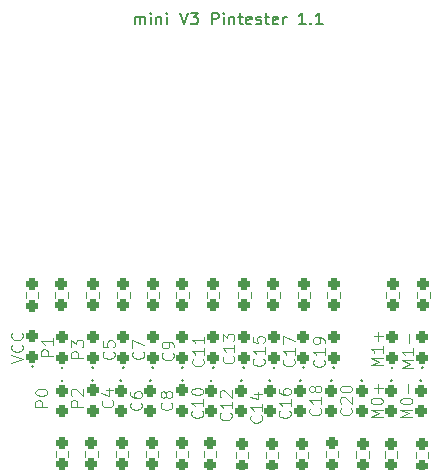
<source format=gbr>
%TF.GenerationSoftware,KiCad,Pcbnew,8.0.9-8.0.9-0~ubuntu22.04.1*%
%TF.CreationDate,2025-09-30T16:22:56+02:00*%
%TF.ProjectId,Pin_Test,50696e5f-5465-4737-942e-6b696361645f,rev?*%
%TF.SameCoordinates,Original*%
%TF.FileFunction,Legend,Top*%
%TF.FilePolarity,Positive*%
%FSLAX46Y46*%
G04 Gerber Fmt 4.6, Leading zero omitted, Abs format (unit mm)*
G04 Created by KiCad (PCBNEW 8.0.9-8.0.9-0~ubuntu22.04.1) date 2025-09-30 16:22:56*
%MOMM*%
%LPD*%
G01*
G04 APERTURE LIST*
G04 Aperture macros list*
%AMRoundRect*
0 Rectangle with rounded corners*
0 $1 Rounding radius*
0 $2 $3 $4 $5 $6 $7 $8 $9 X,Y pos of 4 corners*
0 Add a 4 corners polygon primitive as box body*
4,1,4,$2,$3,$4,$5,$6,$7,$8,$9,$2,$3,0*
0 Add four circle primitives for the rounded corners*
1,1,$1+$1,$2,$3*
1,1,$1+$1,$4,$5*
1,1,$1+$1,$6,$7*
1,1,$1+$1,$8,$9*
0 Add four rect primitives between the rounded corners*
20,1,$1+$1,$2,$3,$4,$5,0*
20,1,$1+$1,$4,$5,$6,$7,0*
20,1,$1+$1,$6,$7,$8,$9,0*
20,1,$1+$1,$8,$9,$2,$3,0*%
G04 Aperture macros list end*
%ADD10C,0.125000*%
%ADD11C,0.200000*%
%ADD12C,0.100000*%
%ADD13C,0.120000*%
%ADD14C,2.200000*%
%ADD15RoundRect,0.237500X0.237500X-0.287500X0.237500X0.287500X-0.237500X0.287500X-0.237500X-0.287500X0*%
%ADD16RoundRect,0.237500X-0.237500X0.287500X-0.237500X-0.287500X0.237500X-0.287500X0.237500X0.287500X0*%
%ADD17RoundRect,0.237500X-0.237500X0.250000X-0.237500X-0.250000X0.237500X-0.250000X0.237500X0.250000X0*%
G04 APERTURE END LIST*
D10*
X110760880Y-121442857D02*
X110808500Y-121490476D01*
X110808500Y-121490476D02*
X110856119Y-121633333D01*
X110856119Y-121633333D02*
X110856119Y-121728571D01*
X110856119Y-121728571D02*
X110808500Y-121871428D01*
X110808500Y-121871428D02*
X110713261Y-121966666D01*
X110713261Y-121966666D02*
X110618023Y-122014285D01*
X110618023Y-122014285D02*
X110427547Y-122061904D01*
X110427547Y-122061904D02*
X110284690Y-122061904D01*
X110284690Y-122061904D02*
X110094214Y-122014285D01*
X110094214Y-122014285D02*
X109998976Y-121966666D01*
X109998976Y-121966666D02*
X109903738Y-121871428D01*
X109903738Y-121871428D02*
X109856119Y-121728571D01*
X109856119Y-121728571D02*
X109856119Y-121633333D01*
X109856119Y-121633333D02*
X109903738Y-121490476D01*
X109903738Y-121490476D02*
X109951357Y-121442857D01*
X110856119Y-120490476D02*
X110856119Y-121061904D01*
X110856119Y-120776190D02*
X109856119Y-120776190D01*
X109856119Y-120776190D02*
X109998976Y-120871428D01*
X109998976Y-120871428D02*
X110094214Y-120966666D01*
X110094214Y-120966666D02*
X110141833Y-121061904D01*
X109856119Y-119633333D02*
X109856119Y-119823809D01*
X109856119Y-119823809D02*
X109903738Y-119919047D01*
X109903738Y-119919047D02*
X109951357Y-119966666D01*
X109951357Y-119966666D02*
X110094214Y-120061904D01*
X110094214Y-120061904D02*
X110284690Y-120109523D01*
X110284690Y-120109523D02*
X110665642Y-120109523D01*
X110665642Y-120109523D02*
X110760880Y-120061904D01*
X110760880Y-120061904D02*
X110808500Y-120014285D01*
X110808500Y-120014285D02*
X110856119Y-119919047D01*
X110856119Y-119919047D02*
X110856119Y-119728571D01*
X110856119Y-119728571D02*
X110808500Y-119633333D01*
X110808500Y-119633333D02*
X110760880Y-119585714D01*
X110760880Y-119585714D02*
X110665642Y-119538095D01*
X110665642Y-119538095D02*
X110427547Y-119538095D01*
X110427547Y-119538095D02*
X110332309Y-119585714D01*
X110332309Y-119585714D02*
X110284690Y-119633333D01*
X110284690Y-119633333D02*
X110237071Y-119728571D01*
X110237071Y-119728571D02*
X110237071Y-119919047D01*
X110237071Y-119919047D02*
X110284690Y-120014285D01*
X110284690Y-120014285D02*
X110332309Y-120061904D01*
X110332309Y-120061904D02*
X110427547Y-120109523D01*
X105760880Y-121642857D02*
X105808500Y-121690476D01*
X105808500Y-121690476D02*
X105856119Y-121833333D01*
X105856119Y-121833333D02*
X105856119Y-121928571D01*
X105856119Y-121928571D02*
X105808500Y-122071428D01*
X105808500Y-122071428D02*
X105713261Y-122166666D01*
X105713261Y-122166666D02*
X105618023Y-122214285D01*
X105618023Y-122214285D02*
X105427547Y-122261904D01*
X105427547Y-122261904D02*
X105284690Y-122261904D01*
X105284690Y-122261904D02*
X105094214Y-122214285D01*
X105094214Y-122214285D02*
X104998976Y-122166666D01*
X104998976Y-122166666D02*
X104903738Y-122071428D01*
X104903738Y-122071428D02*
X104856119Y-121928571D01*
X104856119Y-121928571D02*
X104856119Y-121833333D01*
X104856119Y-121833333D02*
X104903738Y-121690476D01*
X104903738Y-121690476D02*
X104951357Y-121642857D01*
X105856119Y-120690476D02*
X105856119Y-121261904D01*
X105856119Y-120976190D02*
X104856119Y-120976190D01*
X104856119Y-120976190D02*
X104998976Y-121071428D01*
X104998976Y-121071428D02*
X105094214Y-121166666D01*
X105094214Y-121166666D02*
X105141833Y-121261904D01*
X104951357Y-120309523D02*
X104903738Y-120261904D01*
X104903738Y-120261904D02*
X104856119Y-120166666D01*
X104856119Y-120166666D02*
X104856119Y-119928571D01*
X104856119Y-119928571D02*
X104903738Y-119833333D01*
X104903738Y-119833333D02*
X104951357Y-119785714D01*
X104951357Y-119785714D02*
X105046595Y-119738095D01*
X105046595Y-119738095D02*
X105141833Y-119738095D01*
X105141833Y-119738095D02*
X105284690Y-119785714D01*
X105284690Y-119785714D02*
X105856119Y-120357142D01*
X105856119Y-120357142D02*
X105856119Y-119738095D01*
X98160880Y-120766666D02*
X98208500Y-120814285D01*
X98208500Y-120814285D02*
X98256119Y-120957142D01*
X98256119Y-120957142D02*
X98256119Y-121052380D01*
X98256119Y-121052380D02*
X98208500Y-121195237D01*
X98208500Y-121195237D02*
X98113261Y-121290475D01*
X98113261Y-121290475D02*
X98018023Y-121338094D01*
X98018023Y-121338094D02*
X97827547Y-121385713D01*
X97827547Y-121385713D02*
X97684690Y-121385713D01*
X97684690Y-121385713D02*
X97494214Y-121338094D01*
X97494214Y-121338094D02*
X97398976Y-121290475D01*
X97398976Y-121290475D02*
X97303738Y-121195237D01*
X97303738Y-121195237D02*
X97256119Y-121052380D01*
X97256119Y-121052380D02*
X97256119Y-120957142D01*
X97256119Y-120957142D02*
X97303738Y-120814285D01*
X97303738Y-120814285D02*
X97351357Y-120766666D01*
X97256119Y-119909523D02*
X97256119Y-120099999D01*
X97256119Y-120099999D02*
X97303738Y-120195237D01*
X97303738Y-120195237D02*
X97351357Y-120242856D01*
X97351357Y-120242856D02*
X97494214Y-120338094D01*
X97494214Y-120338094D02*
X97684690Y-120385713D01*
X97684690Y-120385713D02*
X98065642Y-120385713D01*
X98065642Y-120385713D02*
X98160880Y-120338094D01*
X98160880Y-120338094D02*
X98208500Y-120290475D01*
X98208500Y-120290475D02*
X98256119Y-120195237D01*
X98256119Y-120195237D02*
X98256119Y-120004761D01*
X98256119Y-120004761D02*
X98208500Y-119909523D01*
X98208500Y-119909523D02*
X98160880Y-119861904D01*
X98160880Y-119861904D02*
X98065642Y-119814285D01*
X98065642Y-119814285D02*
X97827547Y-119814285D01*
X97827547Y-119814285D02*
X97732309Y-119861904D01*
X97732309Y-119861904D02*
X97684690Y-119909523D01*
X97684690Y-119909523D02*
X97637071Y-120004761D01*
X97637071Y-120004761D02*
X97637071Y-120195237D01*
X97637071Y-120195237D02*
X97684690Y-120290475D01*
X97684690Y-120290475D02*
X97732309Y-120338094D01*
X97732309Y-120338094D02*
X97827547Y-120385713D01*
X90756119Y-116838094D02*
X89756119Y-116838094D01*
X89756119Y-116838094D02*
X89756119Y-116457142D01*
X89756119Y-116457142D02*
X89803738Y-116361904D01*
X89803738Y-116361904D02*
X89851357Y-116314285D01*
X89851357Y-116314285D02*
X89946595Y-116266666D01*
X89946595Y-116266666D02*
X90089452Y-116266666D01*
X90089452Y-116266666D02*
X90184690Y-116314285D01*
X90184690Y-116314285D02*
X90232309Y-116361904D01*
X90232309Y-116361904D02*
X90279928Y-116457142D01*
X90279928Y-116457142D02*
X90279928Y-116838094D01*
X90756119Y-115314285D02*
X90756119Y-115885713D01*
X90756119Y-115599999D02*
X89756119Y-115599999D01*
X89756119Y-115599999D02*
X89898976Y-115695237D01*
X89898976Y-115695237D02*
X89994214Y-115790475D01*
X89994214Y-115790475D02*
X90041833Y-115885713D01*
X87206119Y-117433332D02*
X88206119Y-117099999D01*
X88206119Y-117099999D02*
X87206119Y-116766666D01*
X88110880Y-115861904D02*
X88158500Y-115909523D01*
X88158500Y-115909523D02*
X88206119Y-116052380D01*
X88206119Y-116052380D02*
X88206119Y-116147618D01*
X88206119Y-116147618D02*
X88158500Y-116290475D01*
X88158500Y-116290475D02*
X88063261Y-116385713D01*
X88063261Y-116385713D02*
X87968023Y-116433332D01*
X87968023Y-116433332D02*
X87777547Y-116480951D01*
X87777547Y-116480951D02*
X87634690Y-116480951D01*
X87634690Y-116480951D02*
X87444214Y-116433332D01*
X87444214Y-116433332D02*
X87348976Y-116385713D01*
X87348976Y-116385713D02*
X87253738Y-116290475D01*
X87253738Y-116290475D02*
X87206119Y-116147618D01*
X87206119Y-116147618D02*
X87206119Y-116052380D01*
X87206119Y-116052380D02*
X87253738Y-115909523D01*
X87253738Y-115909523D02*
X87301357Y-115861904D01*
X88110880Y-114861904D02*
X88158500Y-114909523D01*
X88158500Y-114909523D02*
X88206119Y-115052380D01*
X88206119Y-115052380D02*
X88206119Y-115147618D01*
X88206119Y-115147618D02*
X88158500Y-115290475D01*
X88158500Y-115290475D02*
X88063261Y-115385713D01*
X88063261Y-115385713D02*
X87968023Y-115433332D01*
X87968023Y-115433332D02*
X87777547Y-115480951D01*
X87777547Y-115480951D02*
X87634690Y-115480951D01*
X87634690Y-115480951D02*
X87444214Y-115433332D01*
X87444214Y-115433332D02*
X87348976Y-115385713D01*
X87348976Y-115385713D02*
X87253738Y-115290475D01*
X87253738Y-115290475D02*
X87206119Y-115147618D01*
X87206119Y-115147618D02*
X87206119Y-115052380D01*
X87206119Y-115052380D02*
X87253738Y-114909523D01*
X87253738Y-114909523D02*
X87301357Y-114861904D01*
X113360880Y-121242857D02*
X113408500Y-121290476D01*
X113408500Y-121290476D02*
X113456119Y-121433333D01*
X113456119Y-121433333D02*
X113456119Y-121528571D01*
X113456119Y-121528571D02*
X113408500Y-121671428D01*
X113408500Y-121671428D02*
X113313261Y-121766666D01*
X113313261Y-121766666D02*
X113218023Y-121814285D01*
X113218023Y-121814285D02*
X113027547Y-121861904D01*
X113027547Y-121861904D02*
X112884690Y-121861904D01*
X112884690Y-121861904D02*
X112694214Y-121814285D01*
X112694214Y-121814285D02*
X112598976Y-121766666D01*
X112598976Y-121766666D02*
X112503738Y-121671428D01*
X112503738Y-121671428D02*
X112456119Y-121528571D01*
X112456119Y-121528571D02*
X112456119Y-121433333D01*
X112456119Y-121433333D02*
X112503738Y-121290476D01*
X112503738Y-121290476D02*
X112551357Y-121242857D01*
X113456119Y-120290476D02*
X113456119Y-120861904D01*
X113456119Y-120576190D02*
X112456119Y-120576190D01*
X112456119Y-120576190D02*
X112598976Y-120671428D01*
X112598976Y-120671428D02*
X112694214Y-120766666D01*
X112694214Y-120766666D02*
X112741833Y-120861904D01*
X112884690Y-119719047D02*
X112837071Y-119814285D01*
X112837071Y-119814285D02*
X112789452Y-119861904D01*
X112789452Y-119861904D02*
X112694214Y-119909523D01*
X112694214Y-119909523D02*
X112646595Y-119909523D01*
X112646595Y-119909523D02*
X112551357Y-119861904D01*
X112551357Y-119861904D02*
X112503738Y-119814285D01*
X112503738Y-119814285D02*
X112456119Y-119719047D01*
X112456119Y-119719047D02*
X112456119Y-119528571D01*
X112456119Y-119528571D02*
X112503738Y-119433333D01*
X112503738Y-119433333D02*
X112551357Y-119385714D01*
X112551357Y-119385714D02*
X112646595Y-119338095D01*
X112646595Y-119338095D02*
X112694214Y-119338095D01*
X112694214Y-119338095D02*
X112789452Y-119385714D01*
X112789452Y-119385714D02*
X112837071Y-119433333D01*
X112837071Y-119433333D02*
X112884690Y-119528571D01*
X112884690Y-119528571D02*
X112884690Y-119719047D01*
X112884690Y-119719047D02*
X112932309Y-119814285D01*
X112932309Y-119814285D02*
X112979928Y-119861904D01*
X112979928Y-119861904D02*
X113075166Y-119909523D01*
X113075166Y-119909523D02*
X113265642Y-119909523D01*
X113265642Y-119909523D02*
X113360880Y-119861904D01*
X113360880Y-119861904D02*
X113408500Y-119814285D01*
X113408500Y-119814285D02*
X113456119Y-119719047D01*
X113456119Y-119719047D02*
X113456119Y-119528571D01*
X113456119Y-119528571D02*
X113408500Y-119433333D01*
X113408500Y-119433333D02*
X113360880Y-119385714D01*
X113360880Y-119385714D02*
X113265642Y-119338095D01*
X113265642Y-119338095D02*
X113075166Y-119338095D01*
X113075166Y-119338095D02*
X112979928Y-119385714D01*
X112979928Y-119385714D02*
X112932309Y-119433333D01*
X112932309Y-119433333D02*
X112884690Y-119528571D01*
X118656119Y-122028570D02*
X117656119Y-122028570D01*
X117656119Y-122028570D02*
X118370404Y-121695237D01*
X118370404Y-121695237D02*
X117656119Y-121361904D01*
X117656119Y-121361904D02*
X118656119Y-121361904D01*
X117656119Y-120695237D02*
X117656119Y-120599999D01*
X117656119Y-120599999D02*
X117703738Y-120504761D01*
X117703738Y-120504761D02*
X117751357Y-120457142D01*
X117751357Y-120457142D02*
X117846595Y-120409523D01*
X117846595Y-120409523D02*
X118037071Y-120361904D01*
X118037071Y-120361904D02*
X118275166Y-120361904D01*
X118275166Y-120361904D02*
X118465642Y-120409523D01*
X118465642Y-120409523D02*
X118560880Y-120457142D01*
X118560880Y-120457142D02*
X118608500Y-120504761D01*
X118608500Y-120504761D02*
X118656119Y-120599999D01*
X118656119Y-120599999D02*
X118656119Y-120695237D01*
X118656119Y-120695237D02*
X118608500Y-120790475D01*
X118608500Y-120790475D02*
X118560880Y-120838094D01*
X118560880Y-120838094D02*
X118465642Y-120885713D01*
X118465642Y-120885713D02*
X118275166Y-120933332D01*
X118275166Y-120933332D02*
X118037071Y-120933332D01*
X118037071Y-120933332D02*
X117846595Y-120885713D01*
X117846595Y-120885713D02*
X117751357Y-120838094D01*
X117751357Y-120838094D02*
X117703738Y-120790475D01*
X117703738Y-120790475D02*
X117656119Y-120695237D01*
X118275166Y-119933332D02*
X118275166Y-119171428D01*
X118656119Y-119552380D02*
X117894214Y-119552380D01*
X121256119Y-117828570D02*
X120256119Y-117828570D01*
X120256119Y-117828570D02*
X120970404Y-117495237D01*
X120970404Y-117495237D02*
X120256119Y-117161904D01*
X120256119Y-117161904D02*
X121256119Y-117161904D01*
X121256119Y-116161904D02*
X121256119Y-116733332D01*
X121256119Y-116447618D02*
X120256119Y-116447618D01*
X120256119Y-116447618D02*
X120398976Y-116542856D01*
X120398976Y-116542856D02*
X120494214Y-116638094D01*
X120494214Y-116638094D02*
X120541833Y-116733332D01*
X120875166Y-115733332D02*
X120875166Y-114971428D01*
X95760880Y-120566666D02*
X95808500Y-120614285D01*
X95808500Y-120614285D02*
X95856119Y-120757142D01*
X95856119Y-120757142D02*
X95856119Y-120852380D01*
X95856119Y-120852380D02*
X95808500Y-120995237D01*
X95808500Y-120995237D02*
X95713261Y-121090475D01*
X95713261Y-121090475D02*
X95618023Y-121138094D01*
X95618023Y-121138094D02*
X95427547Y-121185713D01*
X95427547Y-121185713D02*
X95284690Y-121185713D01*
X95284690Y-121185713D02*
X95094214Y-121138094D01*
X95094214Y-121138094D02*
X94998976Y-121090475D01*
X94998976Y-121090475D02*
X94903738Y-120995237D01*
X94903738Y-120995237D02*
X94856119Y-120852380D01*
X94856119Y-120852380D02*
X94856119Y-120757142D01*
X94856119Y-120757142D02*
X94903738Y-120614285D01*
X94903738Y-120614285D02*
X94951357Y-120566666D01*
X95189452Y-119709523D02*
X95856119Y-119709523D01*
X94808500Y-119947618D02*
X95522785Y-120185713D01*
X95522785Y-120185713D02*
X95522785Y-119566666D01*
X113660880Y-117142857D02*
X113708500Y-117190476D01*
X113708500Y-117190476D02*
X113756119Y-117333333D01*
X113756119Y-117333333D02*
X113756119Y-117428571D01*
X113756119Y-117428571D02*
X113708500Y-117571428D01*
X113708500Y-117571428D02*
X113613261Y-117666666D01*
X113613261Y-117666666D02*
X113518023Y-117714285D01*
X113518023Y-117714285D02*
X113327547Y-117761904D01*
X113327547Y-117761904D02*
X113184690Y-117761904D01*
X113184690Y-117761904D02*
X112994214Y-117714285D01*
X112994214Y-117714285D02*
X112898976Y-117666666D01*
X112898976Y-117666666D02*
X112803738Y-117571428D01*
X112803738Y-117571428D02*
X112756119Y-117428571D01*
X112756119Y-117428571D02*
X112756119Y-117333333D01*
X112756119Y-117333333D02*
X112803738Y-117190476D01*
X112803738Y-117190476D02*
X112851357Y-117142857D01*
X113756119Y-116190476D02*
X113756119Y-116761904D01*
X113756119Y-116476190D02*
X112756119Y-116476190D01*
X112756119Y-116476190D02*
X112898976Y-116571428D01*
X112898976Y-116571428D02*
X112994214Y-116666666D01*
X112994214Y-116666666D02*
X113041833Y-116761904D01*
X113756119Y-115714285D02*
X113756119Y-115523809D01*
X113756119Y-115523809D02*
X113708500Y-115428571D01*
X113708500Y-115428571D02*
X113660880Y-115380952D01*
X113660880Y-115380952D02*
X113518023Y-115285714D01*
X113518023Y-115285714D02*
X113327547Y-115238095D01*
X113327547Y-115238095D02*
X112946595Y-115238095D01*
X112946595Y-115238095D02*
X112851357Y-115285714D01*
X112851357Y-115285714D02*
X112803738Y-115333333D01*
X112803738Y-115333333D02*
X112756119Y-115428571D01*
X112756119Y-115428571D02*
X112756119Y-115619047D01*
X112756119Y-115619047D02*
X112803738Y-115714285D01*
X112803738Y-115714285D02*
X112851357Y-115761904D01*
X112851357Y-115761904D02*
X112946595Y-115809523D01*
X112946595Y-115809523D02*
X113184690Y-115809523D01*
X113184690Y-115809523D02*
X113279928Y-115761904D01*
X113279928Y-115761904D02*
X113327547Y-115714285D01*
X113327547Y-115714285D02*
X113375166Y-115619047D01*
X113375166Y-115619047D02*
X113375166Y-115428571D01*
X113375166Y-115428571D02*
X113327547Y-115333333D01*
X113327547Y-115333333D02*
X113279928Y-115285714D01*
X113279928Y-115285714D02*
X113184690Y-115238095D01*
X93306119Y-116988094D02*
X92306119Y-116988094D01*
X92306119Y-116988094D02*
X92306119Y-116607142D01*
X92306119Y-116607142D02*
X92353738Y-116511904D01*
X92353738Y-116511904D02*
X92401357Y-116464285D01*
X92401357Y-116464285D02*
X92496595Y-116416666D01*
X92496595Y-116416666D02*
X92639452Y-116416666D01*
X92639452Y-116416666D02*
X92734690Y-116464285D01*
X92734690Y-116464285D02*
X92782309Y-116511904D01*
X92782309Y-116511904D02*
X92829928Y-116607142D01*
X92829928Y-116607142D02*
X92829928Y-116988094D01*
X92306119Y-116083332D02*
X92306119Y-115464285D01*
X92306119Y-115464285D02*
X92687071Y-115797618D01*
X92687071Y-115797618D02*
X92687071Y-115654761D01*
X92687071Y-115654761D02*
X92734690Y-115559523D01*
X92734690Y-115559523D02*
X92782309Y-115511904D01*
X92782309Y-115511904D02*
X92877547Y-115464285D01*
X92877547Y-115464285D02*
X93115642Y-115464285D01*
X93115642Y-115464285D02*
X93210880Y-115511904D01*
X93210880Y-115511904D02*
X93258500Y-115559523D01*
X93258500Y-115559523D02*
X93306119Y-115654761D01*
X93306119Y-115654761D02*
X93306119Y-115940475D01*
X93306119Y-115940475D02*
X93258500Y-116035713D01*
X93258500Y-116035713D02*
X93210880Y-116083332D01*
X111110880Y-117092857D02*
X111158500Y-117140476D01*
X111158500Y-117140476D02*
X111206119Y-117283333D01*
X111206119Y-117283333D02*
X111206119Y-117378571D01*
X111206119Y-117378571D02*
X111158500Y-117521428D01*
X111158500Y-117521428D02*
X111063261Y-117616666D01*
X111063261Y-117616666D02*
X110968023Y-117664285D01*
X110968023Y-117664285D02*
X110777547Y-117711904D01*
X110777547Y-117711904D02*
X110634690Y-117711904D01*
X110634690Y-117711904D02*
X110444214Y-117664285D01*
X110444214Y-117664285D02*
X110348976Y-117616666D01*
X110348976Y-117616666D02*
X110253738Y-117521428D01*
X110253738Y-117521428D02*
X110206119Y-117378571D01*
X110206119Y-117378571D02*
X110206119Y-117283333D01*
X110206119Y-117283333D02*
X110253738Y-117140476D01*
X110253738Y-117140476D02*
X110301357Y-117092857D01*
X111206119Y-116140476D02*
X111206119Y-116711904D01*
X111206119Y-116426190D02*
X110206119Y-116426190D01*
X110206119Y-116426190D02*
X110348976Y-116521428D01*
X110348976Y-116521428D02*
X110444214Y-116616666D01*
X110444214Y-116616666D02*
X110491833Y-116711904D01*
X110206119Y-115807142D02*
X110206119Y-115140476D01*
X110206119Y-115140476D02*
X111206119Y-115569047D01*
X90256119Y-121138094D02*
X89256119Y-121138094D01*
X89256119Y-121138094D02*
X89256119Y-120757142D01*
X89256119Y-120757142D02*
X89303738Y-120661904D01*
X89303738Y-120661904D02*
X89351357Y-120614285D01*
X89351357Y-120614285D02*
X89446595Y-120566666D01*
X89446595Y-120566666D02*
X89589452Y-120566666D01*
X89589452Y-120566666D02*
X89684690Y-120614285D01*
X89684690Y-120614285D02*
X89732309Y-120661904D01*
X89732309Y-120661904D02*
X89779928Y-120757142D01*
X89779928Y-120757142D02*
X89779928Y-121138094D01*
X89256119Y-119947618D02*
X89256119Y-119852380D01*
X89256119Y-119852380D02*
X89303738Y-119757142D01*
X89303738Y-119757142D02*
X89351357Y-119709523D01*
X89351357Y-119709523D02*
X89446595Y-119661904D01*
X89446595Y-119661904D02*
X89637071Y-119614285D01*
X89637071Y-119614285D02*
X89875166Y-119614285D01*
X89875166Y-119614285D02*
X90065642Y-119661904D01*
X90065642Y-119661904D02*
X90160880Y-119709523D01*
X90160880Y-119709523D02*
X90208500Y-119757142D01*
X90208500Y-119757142D02*
X90256119Y-119852380D01*
X90256119Y-119852380D02*
X90256119Y-119947618D01*
X90256119Y-119947618D02*
X90208500Y-120042856D01*
X90208500Y-120042856D02*
X90160880Y-120090475D01*
X90160880Y-120090475D02*
X90065642Y-120138094D01*
X90065642Y-120138094D02*
X89875166Y-120185713D01*
X89875166Y-120185713D02*
X89637071Y-120185713D01*
X89637071Y-120185713D02*
X89446595Y-120138094D01*
X89446595Y-120138094D02*
X89351357Y-120090475D01*
X89351357Y-120090475D02*
X89303738Y-120042856D01*
X89303738Y-120042856D02*
X89256119Y-119947618D01*
X121156119Y-122028570D02*
X120156119Y-122028570D01*
X120156119Y-122028570D02*
X120870404Y-121695237D01*
X120870404Y-121695237D02*
X120156119Y-121361904D01*
X120156119Y-121361904D02*
X121156119Y-121361904D01*
X120156119Y-120695237D02*
X120156119Y-120599999D01*
X120156119Y-120599999D02*
X120203738Y-120504761D01*
X120203738Y-120504761D02*
X120251357Y-120457142D01*
X120251357Y-120457142D02*
X120346595Y-120409523D01*
X120346595Y-120409523D02*
X120537071Y-120361904D01*
X120537071Y-120361904D02*
X120775166Y-120361904D01*
X120775166Y-120361904D02*
X120965642Y-120409523D01*
X120965642Y-120409523D02*
X121060880Y-120457142D01*
X121060880Y-120457142D02*
X121108500Y-120504761D01*
X121108500Y-120504761D02*
X121156119Y-120599999D01*
X121156119Y-120599999D02*
X121156119Y-120695237D01*
X121156119Y-120695237D02*
X121108500Y-120790475D01*
X121108500Y-120790475D02*
X121060880Y-120838094D01*
X121060880Y-120838094D02*
X120965642Y-120885713D01*
X120965642Y-120885713D02*
X120775166Y-120933332D01*
X120775166Y-120933332D02*
X120537071Y-120933332D01*
X120537071Y-120933332D02*
X120346595Y-120885713D01*
X120346595Y-120885713D02*
X120251357Y-120838094D01*
X120251357Y-120838094D02*
X120203738Y-120790475D01*
X120203738Y-120790475D02*
X120156119Y-120695237D01*
X120775166Y-119933332D02*
X120775166Y-119171428D01*
X103410880Y-117092857D02*
X103458500Y-117140476D01*
X103458500Y-117140476D02*
X103506119Y-117283333D01*
X103506119Y-117283333D02*
X103506119Y-117378571D01*
X103506119Y-117378571D02*
X103458500Y-117521428D01*
X103458500Y-117521428D02*
X103363261Y-117616666D01*
X103363261Y-117616666D02*
X103268023Y-117664285D01*
X103268023Y-117664285D02*
X103077547Y-117711904D01*
X103077547Y-117711904D02*
X102934690Y-117711904D01*
X102934690Y-117711904D02*
X102744214Y-117664285D01*
X102744214Y-117664285D02*
X102648976Y-117616666D01*
X102648976Y-117616666D02*
X102553738Y-117521428D01*
X102553738Y-117521428D02*
X102506119Y-117378571D01*
X102506119Y-117378571D02*
X102506119Y-117283333D01*
X102506119Y-117283333D02*
X102553738Y-117140476D01*
X102553738Y-117140476D02*
X102601357Y-117092857D01*
X103506119Y-116140476D02*
X103506119Y-116711904D01*
X103506119Y-116426190D02*
X102506119Y-116426190D01*
X102506119Y-116426190D02*
X102648976Y-116521428D01*
X102648976Y-116521428D02*
X102744214Y-116616666D01*
X102744214Y-116616666D02*
X102791833Y-116711904D01*
X103506119Y-115188095D02*
X103506119Y-115759523D01*
X103506119Y-115473809D02*
X102506119Y-115473809D01*
X102506119Y-115473809D02*
X102648976Y-115569047D01*
X102648976Y-115569047D02*
X102744214Y-115664285D01*
X102744214Y-115664285D02*
X102791833Y-115759523D01*
X118656119Y-117628570D02*
X117656119Y-117628570D01*
X117656119Y-117628570D02*
X118370404Y-117295237D01*
X118370404Y-117295237D02*
X117656119Y-116961904D01*
X117656119Y-116961904D02*
X118656119Y-116961904D01*
X118656119Y-115961904D02*
X118656119Y-116533332D01*
X118656119Y-116247618D02*
X117656119Y-116247618D01*
X117656119Y-116247618D02*
X117798976Y-116342856D01*
X117798976Y-116342856D02*
X117894214Y-116438094D01*
X117894214Y-116438094D02*
X117941833Y-116533332D01*
X118275166Y-115533332D02*
X118275166Y-114771428D01*
X118656119Y-115152380D02*
X117894214Y-115152380D01*
X100760880Y-120766666D02*
X100808500Y-120814285D01*
X100808500Y-120814285D02*
X100856119Y-120957142D01*
X100856119Y-120957142D02*
X100856119Y-121052380D01*
X100856119Y-121052380D02*
X100808500Y-121195237D01*
X100808500Y-121195237D02*
X100713261Y-121290475D01*
X100713261Y-121290475D02*
X100618023Y-121338094D01*
X100618023Y-121338094D02*
X100427547Y-121385713D01*
X100427547Y-121385713D02*
X100284690Y-121385713D01*
X100284690Y-121385713D02*
X100094214Y-121338094D01*
X100094214Y-121338094D02*
X99998976Y-121290475D01*
X99998976Y-121290475D02*
X99903738Y-121195237D01*
X99903738Y-121195237D02*
X99856119Y-121052380D01*
X99856119Y-121052380D02*
X99856119Y-120957142D01*
X99856119Y-120957142D02*
X99903738Y-120814285D01*
X99903738Y-120814285D02*
X99951357Y-120766666D01*
X100284690Y-120195237D02*
X100237071Y-120290475D01*
X100237071Y-120290475D02*
X100189452Y-120338094D01*
X100189452Y-120338094D02*
X100094214Y-120385713D01*
X100094214Y-120385713D02*
X100046595Y-120385713D01*
X100046595Y-120385713D02*
X99951357Y-120338094D01*
X99951357Y-120338094D02*
X99903738Y-120290475D01*
X99903738Y-120290475D02*
X99856119Y-120195237D01*
X99856119Y-120195237D02*
X99856119Y-120004761D01*
X99856119Y-120004761D02*
X99903738Y-119909523D01*
X99903738Y-119909523D02*
X99951357Y-119861904D01*
X99951357Y-119861904D02*
X100046595Y-119814285D01*
X100046595Y-119814285D02*
X100094214Y-119814285D01*
X100094214Y-119814285D02*
X100189452Y-119861904D01*
X100189452Y-119861904D02*
X100237071Y-119909523D01*
X100237071Y-119909523D02*
X100284690Y-120004761D01*
X100284690Y-120004761D02*
X100284690Y-120195237D01*
X100284690Y-120195237D02*
X100332309Y-120290475D01*
X100332309Y-120290475D02*
X100379928Y-120338094D01*
X100379928Y-120338094D02*
X100475166Y-120385713D01*
X100475166Y-120385713D02*
X100665642Y-120385713D01*
X100665642Y-120385713D02*
X100760880Y-120338094D01*
X100760880Y-120338094D02*
X100808500Y-120290475D01*
X100808500Y-120290475D02*
X100856119Y-120195237D01*
X100856119Y-120195237D02*
X100856119Y-120004761D01*
X100856119Y-120004761D02*
X100808500Y-119909523D01*
X100808500Y-119909523D02*
X100760880Y-119861904D01*
X100760880Y-119861904D02*
X100665642Y-119814285D01*
X100665642Y-119814285D02*
X100475166Y-119814285D01*
X100475166Y-119814285D02*
X100379928Y-119861904D01*
X100379928Y-119861904D02*
X100332309Y-119909523D01*
X100332309Y-119909523D02*
X100284690Y-120004761D01*
X108560880Y-117042857D02*
X108608500Y-117090476D01*
X108608500Y-117090476D02*
X108656119Y-117233333D01*
X108656119Y-117233333D02*
X108656119Y-117328571D01*
X108656119Y-117328571D02*
X108608500Y-117471428D01*
X108608500Y-117471428D02*
X108513261Y-117566666D01*
X108513261Y-117566666D02*
X108418023Y-117614285D01*
X108418023Y-117614285D02*
X108227547Y-117661904D01*
X108227547Y-117661904D02*
X108084690Y-117661904D01*
X108084690Y-117661904D02*
X107894214Y-117614285D01*
X107894214Y-117614285D02*
X107798976Y-117566666D01*
X107798976Y-117566666D02*
X107703738Y-117471428D01*
X107703738Y-117471428D02*
X107656119Y-117328571D01*
X107656119Y-117328571D02*
X107656119Y-117233333D01*
X107656119Y-117233333D02*
X107703738Y-117090476D01*
X107703738Y-117090476D02*
X107751357Y-117042857D01*
X108656119Y-116090476D02*
X108656119Y-116661904D01*
X108656119Y-116376190D02*
X107656119Y-116376190D01*
X107656119Y-116376190D02*
X107798976Y-116471428D01*
X107798976Y-116471428D02*
X107894214Y-116566666D01*
X107894214Y-116566666D02*
X107941833Y-116661904D01*
X107656119Y-115185714D02*
X107656119Y-115661904D01*
X107656119Y-115661904D02*
X108132309Y-115709523D01*
X108132309Y-115709523D02*
X108084690Y-115661904D01*
X108084690Y-115661904D02*
X108037071Y-115566666D01*
X108037071Y-115566666D02*
X108037071Y-115328571D01*
X108037071Y-115328571D02*
X108084690Y-115233333D01*
X108084690Y-115233333D02*
X108132309Y-115185714D01*
X108132309Y-115185714D02*
X108227547Y-115138095D01*
X108227547Y-115138095D02*
X108465642Y-115138095D01*
X108465642Y-115138095D02*
X108560880Y-115185714D01*
X108560880Y-115185714D02*
X108608500Y-115233333D01*
X108608500Y-115233333D02*
X108656119Y-115328571D01*
X108656119Y-115328571D02*
X108656119Y-115566666D01*
X108656119Y-115566666D02*
X108608500Y-115661904D01*
X108608500Y-115661904D02*
X108560880Y-115709523D01*
X98360880Y-116466666D02*
X98408500Y-116514285D01*
X98408500Y-116514285D02*
X98456119Y-116657142D01*
X98456119Y-116657142D02*
X98456119Y-116752380D01*
X98456119Y-116752380D02*
X98408500Y-116895237D01*
X98408500Y-116895237D02*
X98313261Y-116990475D01*
X98313261Y-116990475D02*
X98218023Y-117038094D01*
X98218023Y-117038094D02*
X98027547Y-117085713D01*
X98027547Y-117085713D02*
X97884690Y-117085713D01*
X97884690Y-117085713D02*
X97694214Y-117038094D01*
X97694214Y-117038094D02*
X97598976Y-116990475D01*
X97598976Y-116990475D02*
X97503738Y-116895237D01*
X97503738Y-116895237D02*
X97456119Y-116752380D01*
X97456119Y-116752380D02*
X97456119Y-116657142D01*
X97456119Y-116657142D02*
X97503738Y-116514285D01*
X97503738Y-116514285D02*
X97551357Y-116466666D01*
X97456119Y-116133332D02*
X97456119Y-115466666D01*
X97456119Y-115466666D02*
X98456119Y-115895237D01*
X108360880Y-121842857D02*
X108408500Y-121890476D01*
X108408500Y-121890476D02*
X108456119Y-122033333D01*
X108456119Y-122033333D02*
X108456119Y-122128571D01*
X108456119Y-122128571D02*
X108408500Y-122271428D01*
X108408500Y-122271428D02*
X108313261Y-122366666D01*
X108313261Y-122366666D02*
X108218023Y-122414285D01*
X108218023Y-122414285D02*
X108027547Y-122461904D01*
X108027547Y-122461904D02*
X107884690Y-122461904D01*
X107884690Y-122461904D02*
X107694214Y-122414285D01*
X107694214Y-122414285D02*
X107598976Y-122366666D01*
X107598976Y-122366666D02*
X107503738Y-122271428D01*
X107503738Y-122271428D02*
X107456119Y-122128571D01*
X107456119Y-122128571D02*
X107456119Y-122033333D01*
X107456119Y-122033333D02*
X107503738Y-121890476D01*
X107503738Y-121890476D02*
X107551357Y-121842857D01*
X108456119Y-120890476D02*
X108456119Y-121461904D01*
X108456119Y-121176190D02*
X107456119Y-121176190D01*
X107456119Y-121176190D02*
X107598976Y-121271428D01*
X107598976Y-121271428D02*
X107694214Y-121366666D01*
X107694214Y-121366666D02*
X107741833Y-121461904D01*
X107789452Y-120033333D02*
X108456119Y-120033333D01*
X107408500Y-120271428D02*
X108122785Y-120509523D01*
X108122785Y-120509523D02*
X108122785Y-119890476D01*
X115960880Y-121242857D02*
X116008500Y-121290476D01*
X116008500Y-121290476D02*
X116056119Y-121433333D01*
X116056119Y-121433333D02*
X116056119Y-121528571D01*
X116056119Y-121528571D02*
X116008500Y-121671428D01*
X116008500Y-121671428D02*
X115913261Y-121766666D01*
X115913261Y-121766666D02*
X115818023Y-121814285D01*
X115818023Y-121814285D02*
X115627547Y-121861904D01*
X115627547Y-121861904D02*
X115484690Y-121861904D01*
X115484690Y-121861904D02*
X115294214Y-121814285D01*
X115294214Y-121814285D02*
X115198976Y-121766666D01*
X115198976Y-121766666D02*
X115103738Y-121671428D01*
X115103738Y-121671428D02*
X115056119Y-121528571D01*
X115056119Y-121528571D02*
X115056119Y-121433333D01*
X115056119Y-121433333D02*
X115103738Y-121290476D01*
X115103738Y-121290476D02*
X115151357Y-121242857D01*
X115151357Y-120861904D02*
X115103738Y-120814285D01*
X115103738Y-120814285D02*
X115056119Y-120719047D01*
X115056119Y-120719047D02*
X115056119Y-120480952D01*
X115056119Y-120480952D02*
X115103738Y-120385714D01*
X115103738Y-120385714D02*
X115151357Y-120338095D01*
X115151357Y-120338095D02*
X115246595Y-120290476D01*
X115246595Y-120290476D02*
X115341833Y-120290476D01*
X115341833Y-120290476D02*
X115484690Y-120338095D01*
X115484690Y-120338095D02*
X116056119Y-120909523D01*
X116056119Y-120909523D02*
X116056119Y-120290476D01*
X115056119Y-119671428D02*
X115056119Y-119576190D01*
X115056119Y-119576190D02*
X115103738Y-119480952D01*
X115103738Y-119480952D02*
X115151357Y-119433333D01*
X115151357Y-119433333D02*
X115246595Y-119385714D01*
X115246595Y-119385714D02*
X115437071Y-119338095D01*
X115437071Y-119338095D02*
X115675166Y-119338095D01*
X115675166Y-119338095D02*
X115865642Y-119385714D01*
X115865642Y-119385714D02*
X115960880Y-119433333D01*
X115960880Y-119433333D02*
X116008500Y-119480952D01*
X116008500Y-119480952D02*
X116056119Y-119576190D01*
X116056119Y-119576190D02*
X116056119Y-119671428D01*
X116056119Y-119671428D02*
X116008500Y-119766666D01*
X116008500Y-119766666D02*
X115960880Y-119814285D01*
X115960880Y-119814285D02*
X115865642Y-119861904D01*
X115865642Y-119861904D02*
X115675166Y-119909523D01*
X115675166Y-119909523D02*
X115437071Y-119909523D01*
X115437071Y-119909523D02*
X115246595Y-119861904D01*
X115246595Y-119861904D02*
X115151357Y-119814285D01*
X115151357Y-119814285D02*
X115103738Y-119766666D01*
X115103738Y-119766666D02*
X115056119Y-119671428D01*
X106010880Y-116842857D02*
X106058500Y-116890476D01*
X106058500Y-116890476D02*
X106106119Y-117033333D01*
X106106119Y-117033333D02*
X106106119Y-117128571D01*
X106106119Y-117128571D02*
X106058500Y-117271428D01*
X106058500Y-117271428D02*
X105963261Y-117366666D01*
X105963261Y-117366666D02*
X105868023Y-117414285D01*
X105868023Y-117414285D02*
X105677547Y-117461904D01*
X105677547Y-117461904D02*
X105534690Y-117461904D01*
X105534690Y-117461904D02*
X105344214Y-117414285D01*
X105344214Y-117414285D02*
X105248976Y-117366666D01*
X105248976Y-117366666D02*
X105153738Y-117271428D01*
X105153738Y-117271428D02*
X105106119Y-117128571D01*
X105106119Y-117128571D02*
X105106119Y-117033333D01*
X105106119Y-117033333D02*
X105153738Y-116890476D01*
X105153738Y-116890476D02*
X105201357Y-116842857D01*
X106106119Y-115890476D02*
X106106119Y-116461904D01*
X106106119Y-116176190D02*
X105106119Y-116176190D01*
X105106119Y-116176190D02*
X105248976Y-116271428D01*
X105248976Y-116271428D02*
X105344214Y-116366666D01*
X105344214Y-116366666D02*
X105391833Y-116461904D01*
X105106119Y-115557142D02*
X105106119Y-114938095D01*
X105106119Y-114938095D02*
X105487071Y-115271428D01*
X105487071Y-115271428D02*
X105487071Y-115128571D01*
X105487071Y-115128571D02*
X105534690Y-115033333D01*
X105534690Y-115033333D02*
X105582309Y-114985714D01*
X105582309Y-114985714D02*
X105677547Y-114938095D01*
X105677547Y-114938095D02*
X105915642Y-114938095D01*
X105915642Y-114938095D02*
X106010880Y-114985714D01*
X106010880Y-114985714D02*
X106058500Y-115033333D01*
X106058500Y-115033333D02*
X106106119Y-115128571D01*
X106106119Y-115128571D02*
X106106119Y-115414285D01*
X106106119Y-115414285D02*
X106058500Y-115509523D01*
X106058500Y-115509523D02*
X106010880Y-115557142D01*
X95860880Y-116466666D02*
X95908500Y-116514285D01*
X95908500Y-116514285D02*
X95956119Y-116657142D01*
X95956119Y-116657142D02*
X95956119Y-116752380D01*
X95956119Y-116752380D02*
X95908500Y-116895237D01*
X95908500Y-116895237D02*
X95813261Y-116990475D01*
X95813261Y-116990475D02*
X95718023Y-117038094D01*
X95718023Y-117038094D02*
X95527547Y-117085713D01*
X95527547Y-117085713D02*
X95384690Y-117085713D01*
X95384690Y-117085713D02*
X95194214Y-117038094D01*
X95194214Y-117038094D02*
X95098976Y-116990475D01*
X95098976Y-116990475D02*
X95003738Y-116895237D01*
X95003738Y-116895237D02*
X94956119Y-116752380D01*
X94956119Y-116752380D02*
X94956119Y-116657142D01*
X94956119Y-116657142D02*
X95003738Y-116514285D01*
X95003738Y-116514285D02*
X95051357Y-116466666D01*
X94956119Y-115561904D02*
X94956119Y-116038094D01*
X94956119Y-116038094D02*
X95432309Y-116085713D01*
X95432309Y-116085713D02*
X95384690Y-116038094D01*
X95384690Y-116038094D02*
X95337071Y-115942856D01*
X95337071Y-115942856D02*
X95337071Y-115704761D01*
X95337071Y-115704761D02*
X95384690Y-115609523D01*
X95384690Y-115609523D02*
X95432309Y-115561904D01*
X95432309Y-115561904D02*
X95527547Y-115514285D01*
X95527547Y-115514285D02*
X95765642Y-115514285D01*
X95765642Y-115514285D02*
X95860880Y-115561904D01*
X95860880Y-115561904D02*
X95908500Y-115609523D01*
X95908500Y-115609523D02*
X95956119Y-115704761D01*
X95956119Y-115704761D02*
X95956119Y-115942856D01*
X95956119Y-115942856D02*
X95908500Y-116038094D01*
X95908500Y-116038094D02*
X95860880Y-116085713D01*
D11*
X97671428Y-88752219D02*
X97671428Y-88085552D01*
X97671428Y-88180790D02*
X97719047Y-88133171D01*
X97719047Y-88133171D02*
X97814285Y-88085552D01*
X97814285Y-88085552D02*
X97957142Y-88085552D01*
X97957142Y-88085552D02*
X98052380Y-88133171D01*
X98052380Y-88133171D02*
X98099999Y-88228409D01*
X98099999Y-88228409D02*
X98099999Y-88752219D01*
X98099999Y-88228409D02*
X98147618Y-88133171D01*
X98147618Y-88133171D02*
X98242856Y-88085552D01*
X98242856Y-88085552D02*
X98385713Y-88085552D01*
X98385713Y-88085552D02*
X98480952Y-88133171D01*
X98480952Y-88133171D02*
X98528571Y-88228409D01*
X98528571Y-88228409D02*
X98528571Y-88752219D01*
X99004761Y-88752219D02*
X99004761Y-88085552D01*
X99004761Y-87752219D02*
X98957142Y-87799838D01*
X98957142Y-87799838D02*
X99004761Y-87847457D01*
X99004761Y-87847457D02*
X99052380Y-87799838D01*
X99052380Y-87799838D02*
X99004761Y-87752219D01*
X99004761Y-87752219D02*
X99004761Y-87847457D01*
X99480951Y-88085552D02*
X99480951Y-88752219D01*
X99480951Y-88180790D02*
X99528570Y-88133171D01*
X99528570Y-88133171D02*
X99623808Y-88085552D01*
X99623808Y-88085552D02*
X99766665Y-88085552D01*
X99766665Y-88085552D02*
X99861903Y-88133171D01*
X99861903Y-88133171D02*
X99909522Y-88228409D01*
X99909522Y-88228409D02*
X99909522Y-88752219D01*
X100385713Y-88752219D02*
X100385713Y-88085552D01*
X100385713Y-87752219D02*
X100338094Y-87799838D01*
X100338094Y-87799838D02*
X100385713Y-87847457D01*
X100385713Y-87847457D02*
X100433332Y-87799838D01*
X100433332Y-87799838D02*
X100385713Y-87752219D01*
X100385713Y-87752219D02*
X100385713Y-87847457D01*
X101480951Y-87752219D02*
X101814284Y-88752219D01*
X101814284Y-88752219D02*
X102147617Y-87752219D01*
X102385713Y-87752219D02*
X103004760Y-87752219D01*
X103004760Y-87752219D02*
X102671427Y-88133171D01*
X102671427Y-88133171D02*
X102814284Y-88133171D01*
X102814284Y-88133171D02*
X102909522Y-88180790D01*
X102909522Y-88180790D02*
X102957141Y-88228409D01*
X102957141Y-88228409D02*
X103004760Y-88323647D01*
X103004760Y-88323647D02*
X103004760Y-88561742D01*
X103004760Y-88561742D02*
X102957141Y-88656980D01*
X102957141Y-88656980D02*
X102909522Y-88704600D01*
X102909522Y-88704600D02*
X102814284Y-88752219D01*
X102814284Y-88752219D02*
X102528570Y-88752219D01*
X102528570Y-88752219D02*
X102433332Y-88704600D01*
X102433332Y-88704600D02*
X102385713Y-88656980D01*
X104195237Y-88752219D02*
X104195237Y-87752219D01*
X104195237Y-87752219D02*
X104576189Y-87752219D01*
X104576189Y-87752219D02*
X104671427Y-87799838D01*
X104671427Y-87799838D02*
X104719046Y-87847457D01*
X104719046Y-87847457D02*
X104766665Y-87942695D01*
X104766665Y-87942695D02*
X104766665Y-88085552D01*
X104766665Y-88085552D02*
X104719046Y-88180790D01*
X104719046Y-88180790D02*
X104671427Y-88228409D01*
X104671427Y-88228409D02*
X104576189Y-88276028D01*
X104576189Y-88276028D02*
X104195237Y-88276028D01*
X105195237Y-88752219D02*
X105195237Y-88085552D01*
X105195237Y-87752219D02*
X105147618Y-87799838D01*
X105147618Y-87799838D02*
X105195237Y-87847457D01*
X105195237Y-87847457D02*
X105242856Y-87799838D01*
X105242856Y-87799838D02*
X105195237Y-87752219D01*
X105195237Y-87752219D02*
X105195237Y-87847457D01*
X105671427Y-88085552D02*
X105671427Y-88752219D01*
X105671427Y-88180790D02*
X105719046Y-88133171D01*
X105719046Y-88133171D02*
X105814284Y-88085552D01*
X105814284Y-88085552D02*
X105957141Y-88085552D01*
X105957141Y-88085552D02*
X106052379Y-88133171D01*
X106052379Y-88133171D02*
X106099998Y-88228409D01*
X106099998Y-88228409D02*
X106099998Y-88752219D01*
X106433332Y-88085552D02*
X106814284Y-88085552D01*
X106576189Y-87752219D02*
X106576189Y-88609361D01*
X106576189Y-88609361D02*
X106623808Y-88704600D01*
X106623808Y-88704600D02*
X106719046Y-88752219D01*
X106719046Y-88752219D02*
X106814284Y-88752219D01*
X107528570Y-88704600D02*
X107433332Y-88752219D01*
X107433332Y-88752219D02*
X107242856Y-88752219D01*
X107242856Y-88752219D02*
X107147618Y-88704600D01*
X107147618Y-88704600D02*
X107099999Y-88609361D01*
X107099999Y-88609361D02*
X107099999Y-88228409D01*
X107099999Y-88228409D02*
X107147618Y-88133171D01*
X107147618Y-88133171D02*
X107242856Y-88085552D01*
X107242856Y-88085552D02*
X107433332Y-88085552D01*
X107433332Y-88085552D02*
X107528570Y-88133171D01*
X107528570Y-88133171D02*
X107576189Y-88228409D01*
X107576189Y-88228409D02*
X107576189Y-88323647D01*
X107576189Y-88323647D02*
X107099999Y-88418885D01*
X107957142Y-88704600D02*
X108052380Y-88752219D01*
X108052380Y-88752219D02*
X108242856Y-88752219D01*
X108242856Y-88752219D02*
X108338094Y-88704600D01*
X108338094Y-88704600D02*
X108385713Y-88609361D01*
X108385713Y-88609361D02*
X108385713Y-88561742D01*
X108385713Y-88561742D02*
X108338094Y-88466504D01*
X108338094Y-88466504D02*
X108242856Y-88418885D01*
X108242856Y-88418885D02*
X108099999Y-88418885D01*
X108099999Y-88418885D02*
X108004761Y-88371266D01*
X108004761Y-88371266D02*
X107957142Y-88276028D01*
X107957142Y-88276028D02*
X107957142Y-88228409D01*
X107957142Y-88228409D02*
X108004761Y-88133171D01*
X108004761Y-88133171D02*
X108099999Y-88085552D01*
X108099999Y-88085552D02*
X108242856Y-88085552D01*
X108242856Y-88085552D02*
X108338094Y-88133171D01*
X108671428Y-88085552D02*
X109052380Y-88085552D01*
X108814285Y-87752219D02*
X108814285Y-88609361D01*
X108814285Y-88609361D02*
X108861904Y-88704600D01*
X108861904Y-88704600D02*
X108957142Y-88752219D01*
X108957142Y-88752219D02*
X109052380Y-88752219D01*
X109766666Y-88704600D02*
X109671428Y-88752219D01*
X109671428Y-88752219D02*
X109480952Y-88752219D01*
X109480952Y-88752219D02*
X109385714Y-88704600D01*
X109385714Y-88704600D02*
X109338095Y-88609361D01*
X109338095Y-88609361D02*
X109338095Y-88228409D01*
X109338095Y-88228409D02*
X109385714Y-88133171D01*
X109385714Y-88133171D02*
X109480952Y-88085552D01*
X109480952Y-88085552D02*
X109671428Y-88085552D01*
X109671428Y-88085552D02*
X109766666Y-88133171D01*
X109766666Y-88133171D02*
X109814285Y-88228409D01*
X109814285Y-88228409D02*
X109814285Y-88323647D01*
X109814285Y-88323647D02*
X109338095Y-88418885D01*
X110242857Y-88752219D02*
X110242857Y-88085552D01*
X110242857Y-88276028D02*
X110290476Y-88180790D01*
X110290476Y-88180790D02*
X110338095Y-88133171D01*
X110338095Y-88133171D02*
X110433333Y-88085552D01*
X110433333Y-88085552D02*
X110528571Y-88085552D01*
X112147619Y-88752219D02*
X111576191Y-88752219D01*
X111861905Y-88752219D02*
X111861905Y-87752219D01*
X111861905Y-87752219D02*
X111766667Y-87895076D01*
X111766667Y-87895076D02*
X111671429Y-87990314D01*
X111671429Y-87990314D02*
X111576191Y-88037933D01*
X112576191Y-88656980D02*
X112623810Y-88704600D01*
X112623810Y-88704600D02*
X112576191Y-88752219D01*
X112576191Y-88752219D02*
X112528572Y-88704600D01*
X112528572Y-88704600D02*
X112576191Y-88656980D01*
X112576191Y-88656980D02*
X112576191Y-88752219D01*
X113576190Y-88752219D02*
X113004762Y-88752219D01*
X113290476Y-88752219D02*
X113290476Y-87752219D01*
X113290476Y-87752219D02*
X113195238Y-87895076D01*
X113195238Y-87895076D02*
X113100000Y-87990314D01*
X113100000Y-87990314D02*
X113004762Y-88037933D01*
D10*
X103360880Y-121442857D02*
X103408500Y-121490476D01*
X103408500Y-121490476D02*
X103456119Y-121633333D01*
X103456119Y-121633333D02*
X103456119Y-121728571D01*
X103456119Y-121728571D02*
X103408500Y-121871428D01*
X103408500Y-121871428D02*
X103313261Y-121966666D01*
X103313261Y-121966666D02*
X103218023Y-122014285D01*
X103218023Y-122014285D02*
X103027547Y-122061904D01*
X103027547Y-122061904D02*
X102884690Y-122061904D01*
X102884690Y-122061904D02*
X102694214Y-122014285D01*
X102694214Y-122014285D02*
X102598976Y-121966666D01*
X102598976Y-121966666D02*
X102503738Y-121871428D01*
X102503738Y-121871428D02*
X102456119Y-121728571D01*
X102456119Y-121728571D02*
X102456119Y-121633333D01*
X102456119Y-121633333D02*
X102503738Y-121490476D01*
X102503738Y-121490476D02*
X102551357Y-121442857D01*
X103456119Y-120490476D02*
X103456119Y-121061904D01*
X103456119Y-120776190D02*
X102456119Y-120776190D01*
X102456119Y-120776190D02*
X102598976Y-120871428D01*
X102598976Y-120871428D02*
X102694214Y-120966666D01*
X102694214Y-120966666D02*
X102741833Y-121061904D01*
X102456119Y-119871428D02*
X102456119Y-119776190D01*
X102456119Y-119776190D02*
X102503738Y-119680952D01*
X102503738Y-119680952D02*
X102551357Y-119633333D01*
X102551357Y-119633333D02*
X102646595Y-119585714D01*
X102646595Y-119585714D02*
X102837071Y-119538095D01*
X102837071Y-119538095D02*
X103075166Y-119538095D01*
X103075166Y-119538095D02*
X103265642Y-119585714D01*
X103265642Y-119585714D02*
X103360880Y-119633333D01*
X103360880Y-119633333D02*
X103408500Y-119680952D01*
X103408500Y-119680952D02*
X103456119Y-119776190D01*
X103456119Y-119776190D02*
X103456119Y-119871428D01*
X103456119Y-119871428D02*
X103408500Y-119966666D01*
X103408500Y-119966666D02*
X103360880Y-120014285D01*
X103360880Y-120014285D02*
X103265642Y-120061904D01*
X103265642Y-120061904D02*
X103075166Y-120109523D01*
X103075166Y-120109523D02*
X102837071Y-120109523D01*
X102837071Y-120109523D02*
X102646595Y-120061904D01*
X102646595Y-120061904D02*
X102551357Y-120014285D01*
X102551357Y-120014285D02*
X102503738Y-119966666D01*
X102503738Y-119966666D02*
X102456119Y-119871428D01*
X93256119Y-121138094D02*
X92256119Y-121138094D01*
X92256119Y-121138094D02*
X92256119Y-120757142D01*
X92256119Y-120757142D02*
X92303738Y-120661904D01*
X92303738Y-120661904D02*
X92351357Y-120614285D01*
X92351357Y-120614285D02*
X92446595Y-120566666D01*
X92446595Y-120566666D02*
X92589452Y-120566666D01*
X92589452Y-120566666D02*
X92684690Y-120614285D01*
X92684690Y-120614285D02*
X92732309Y-120661904D01*
X92732309Y-120661904D02*
X92779928Y-120757142D01*
X92779928Y-120757142D02*
X92779928Y-121138094D01*
X92351357Y-120185713D02*
X92303738Y-120138094D01*
X92303738Y-120138094D02*
X92256119Y-120042856D01*
X92256119Y-120042856D02*
X92256119Y-119804761D01*
X92256119Y-119804761D02*
X92303738Y-119709523D01*
X92303738Y-119709523D02*
X92351357Y-119661904D01*
X92351357Y-119661904D02*
X92446595Y-119614285D01*
X92446595Y-119614285D02*
X92541833Y-119614285D01*
X92541833Y-119614285D02*
X92684690Y-119661904D01*
X92684690Y-119661904D02*
X93256119Y-120233332D01*
X93256119Y-120233332D02*
X93256119Y-119614285D01*
X100860880Y-116566666D02*
X100908500Y-116614285D01*
X100908500Y-116614285D02*
X100956119Y-116757142D01*
X100956119Y-116757142D02*
X100956119Y-116852380D01*
X100956119Y-116852380D02*
X100908500Y-116995237D01*
X100908500Y-116995237D02*
X100813261Y-117090475D01*
X100813261Y-117090475D02*
X100718023Y-117138094D01*
X100718023Y-117138094D02*
X100527547Y-117185713D01*
X100527547Y-117185713D02*
X100384690Y-117185713D01*
X100384690Y-117185713D02*
X100194214Y-117138094D01*
X100194214Y-117138094D02*
X100098976Y-117090475D01*
X100098976Y-117090475D02*
X100003738Y-116995237D01*
X100003738Y-116995237D02*
X99956119Y-116852380D01*
X99956119Y-116852380D02*
X99956119Y-116757142D01*
X99956119Y-116757142D02*
X100003738Y-116614285D01*
X100003738Y-116614285D02*
X100051357Y-116566666D01*
X100956119Y-116090475D02*
X100956119Y-115899999D01*
X100956119Y-115899999D02*
X100908500Y-115804761D01*
X100908500Y-115804761D02*
X100860880Y-115757142D01*
X100860880Y-115757142D02*
X100718023Y-115661904D01*
X100718023Y-115661904D02*
X100527547Y-115614285D01*
X100527547Y-115614285D02*
X100146595Y-115614285D01*
X100146595Y-115614285D02*
X100051357Y-115661904D01*
X100051357Y-115661904D02*
X100003738Y-115709523D01*
X100003738Y-115709523D02*
X99956119Y-115804761D01*
X99956119Y-115804761D02*
X99956119Y-115995237D01*
X99956119Y-115995237D02*
X100003738Y-116090475D01*
X100003738Y-116090475D02*
X100051357Y-116138094D01*
X100051357Y-116138094D02*
X100146595Y-116185713D01*
X100146595Y-116185713D02*
X100384690Y-116185713D01*
X100384690Y-116185713D02*
X100479928Y-116138094D01*
X100479928Y-116138094D02*
X100527547Y-116090475D01*
X100527547Y-116090475D02*
X100575166Y-115995237D01*
X100575166Y-115995237D02*
X100575166Y-115804761D01*
X100575166Y-115804761D02*
X100527547Y-115709523D01*
X100527547Y-115709523D02*
X100479928Y-115661904D01*
X100479928Y-115661904D02*
X100384690Y-115614285D01*
D12*
%TO.C,D101*%
X89100000Y-117725000D02*
G75*
G02*
X88900000Y-117725000I-100000J0D01*
G01*
X88900000Y-117725000D02*
G75*
G02*
X89100000Y-117725000I100000J0D01*
G01*
%TO.C,D25*%
X121990000Y-118925000D02*
G75*
G02*
X121790000Y-118925000I-100000J0D01*
G01*
X121790000Y-118925000D02*
G75*
G02*
X121990000Y-118925000I100000J0D01*
G01*
%TO.C,D24*%
X122100000Y-117825000D02*
G75*
G02*
X121900000Y-117825000I-100000J0D01*
G01*
X121900000Y-117825000D02*
G75*
G02*
X122100000Y-117825000I100000J0D01*
G01*
%TO.C,D23*%
X119490000Y-118925000D02*
G75*
G02*
X119290000Y-118925000I-100000J0D01*
G01*
X119290000Y-118925000D02*
G75*
G02*
X119490000Y-118925000I100000J0D01*
G01*
%TO.C,D22*%
X119550000Y-117825000D02*
G75*
G02*
X119350000Y-117825000I-100000J0D01*
G01*
X119350000Y-117825000D02*
G75*
G02*
X119550000Y-117825000I100000J0D01*
G01*
%TO.C,D21*%
X116990000Y-118925000D02*
G75*
G02*
X116790000Y-118925000I-100000J0D01*
G01*
X116790000Y-118925000D02*
G75*
G02*
X116990000Y-118925000I100000J0D01*
G01*
%TO.C,D20*%
X114390000Y-118925000D02*
G75*
G02*
X114190000Y-118925000I-100000J0D01*
G01*
X114190000Y-118925000D02*
G75*
G02*
X114390000Y-118925000I100000J0D01*
G01*
%TO.C,D19*%
X114600000Y-117825000D02*
G75*
G02*
X114400000Y-117825000I-100000J0D01*
G01*
X114400000Y-117825000D02*
G75*
G02*
X114600000Y-117825000I100000J0D01*
G01*
%TO.C,D18*%
X111790000Y-118925000D02*
G75*
G02*
X111590000Y-118925000I-100000J0D01*
G01*
X111590000Y-118925000D02*
G75*
G02*
X111790000Y-118925000I100000J0D01*
G01*
%TO.C,D17*%
X112050000Y-117825000D02*
G75*
G02*
X111850000Y-117825000I-100000J0D01*
G01*
X111850000Y-117825000D02*
G75*
G02*
X112050000Y-117825000I100000J0D01*
G01*
%TO.C,D16*%
X109190000Y-118925000D02*
G75*
G02*
X108990000Y-118925000I-100000J0D01*
G01*
X108990000Y-118925000D02*
G75*
G02*
X109190000Y-118925000I100000J0D01*
G01*
%TO.C,D15*%
X109550000Y-117825000D02*
G75*
G02*
X109350000Y-117825000I-100000J0D01*
G01*
X109350000Y-117825000D02*
G75*
G02*
X109550000Y-117825000I100000J0D01*
G01*
%TO.C,D14*%
X106780000Y-118925000D02*
G75*
G02*
X106580000Y-118925000I-100000J0D01*
G01*
X106580000Y-118925000D02*
G75*
G02*
X106780000Y-118925000I100000J0D01*
G01*
%TO.C,D13*%
X107000000Y-117825000D02*
G75*
G02*
X106800000Y-117825000I-100000J0D01*
G01*
X106800000Y-117825000D02*
G75*
G02*
X107000000Y-117825000I100000J0D01*
G01*
%TO.C,D12*%
X104220000Y-118925000D02*
G75*
G02*
X104020000Y-118925000I-100000J0D01*
G01*
X104020000Y-118925000D02*
G75*
G02*
X104220000Y-118925000I100000J0D01*
G01*
%TO.C,D11*%
X104400000Y-117825000D02*
G75*
G02*
X104200000Y-117825000I-100000J0D01*
G01*
X104200000Y-117825000D02*
G75*
G02*
X104400000Y-117825000I100000J0D01*
G01*
%TO.C,D10*%
X101790000Y-118900000D02*
G75*
G02*
X101590000Y-118900000I-100000J0D01*
G01*
X101590000Y-118900000D02*
G75*
G02*
X101790000Y-118900000I100000J0D01*
G01*
%TO.C,D9*%
X101800000Y-117825000D02*
G75*
G02*
X101600000Y-117825000I-100000J0D01*
G01*
X101600000Y-117825000D02*
G75*
G02*
X101800000Y-117825000I100000J0D01*
G01*
%TO.C,D8*%
X99090000Y-118925000D02*
G75*
G02*
X98890000Y-118925000I-100000J0D01*
G01*
X98890000Y-118925000D02*
G75*
G02*
X99090000Y-118925000I100000J0D01*
G01*
%TO.C,D7*%
X99300000Y-117825000D02*
G75*
G02*
X99100000Y-117825000I-100000J0D01*
G01*
X99100000Y-117825000D02*
G75*
G02*
X99300000Y-117825000I100000J0D01*
G01*
%TO.C,D6*%
X96590000Y-118925000D02*
G75*
G02*
X96390000Y-118925000I-100000J0D01*
G01*
X96390000Y-118925000D02*
G75*
G02*
X96590000Y-118925000I100000J0D01*
G01*
%TO.C,D5*%
X96800000Y-117825000D02*
G75*
G02*
X96600000Y-117825000I-100000J0D01*
G01*
X96600000Y-117825000D02*
G75*
G02*
X96800000Y-117825000I100000J0D01*
G01*
%TO.C,D4*%
X94190000Y-118900000D02*
G75*
G02*
X93990000Y-118900000I-100000J0D01*
G01*
X93990000Y-118900000D02*
G75*
G02*
X94190000Y-118900000I100000J0D01*
G01*
%TO.C,D3*%
X94200000Y-117825000D02*
G75*
G02*
X94000000Y-117825000I-100000J0D01*
G01*
X94000000Y-117825000D02*
G75*
G02*
X94200000Y-117825000I100000J0D01*
G01*
%TO.C,D2*%
X91600000Y-118925000D02*
G75*
G02*
X91400000Y-118925000I-100000J0D01*
G01*
X91400000Y-118925000D02*
G75*
G02*
X91600000Y-118925000I100000J0D01*
G01*
%TO.C,D1*%
X91600000Y-117825000D02*
G75*
G02*
X91400000Y-117825000I-100000J0D01*
G01*
X91400000Y-117825000D02*
G75*
G02*
X91600000Y-117825000I100000J0D01*
G01*
D13*
%TO.C,R19*%
X115022500Y-111370276D02*
X115022500Y-111879724D01*
X113977500Y-111370276D02*
X113977500Y-111879724D01*
%TO.C,R23*%
X118847500Y-124912776D02*
X118847500Y-125422224D01*
X119892500Y-124912776D02*
X119892500Y-125422224D01*
%TO.C,R6*%
X97092500Y-124832776D02*
X97092500Y-125342224D01*
X96047500Y-124832776D02*
X96047500Y-125342224D01*
%TO.C,R15*%
X108877500Y-111370276D02*
X108877500Y-111879724D01*
X109922500Y-111370276D02*
X109922500Y-111879724D01*
%TO.C,R21*%
X117472500Y-124912776D02*
X117472500Y-125422224D01*
X116427500Y-124912776D02*
X116427500Y-125422224D01*
%TO.C,R101*%
X88437500Y-111425276D02*
X88437500Y-111934724D01*
X89482500Y-111425276D02*
X89482500Y-111934724D01*
%TO.C,R9*%
X102222500Y-111370276D02*
X102222500Y-111879724D01*
X101177500Y-111370276D02*
X101177500Y-111879724D01*
%TO.C,R17*%
X111477500Y-111370276D02*
X111477500Y-111879724D01*
X112522500Y-111370276D02*
X112522500Y-111879724D01*
%TO.C,R20*%
X113847500Y-124867776D02*
X113847500Y-125377224D01*
X114892500Y-124867776D02*
X114892500Y-125377224D01*
%TO.C,R22*%
X118977500Y-111370276D02*
X118977500Y-111879724D01*
X120022500Y-111370276D02*
X120022500Y-111879724D01*
%TO.C,R8*%
X99622500Y-124832776D02*
X99622500Y-125342224D01*
X98577500Y-124832776D02*
X98577500Y-125342224D01*
%TO.C,R11*%
X103777500Y-111370276D02*
X103777500Y-111879724D01*
X104822500Y-111370276D02*
X104822500Y-111879724D01*
%TO.C,R7*%
X99722500Y-111370276D02*
X99722500Y-111879724D01*
X98677500Y-111370276D02*
X98677500Y-111879724D01*
%TO.C,R18*%
X112322500Y-124917776D02*
X112322500Y-125427224D01*
X111277500Y-124917776D02*
X111277500Y-125427224D01*
%TO.C,R4*%
X93467500Y-124832776D02*
X93467500Y-125342224D01*
X94512500Y-124832776D02*
X94512500Y-125342224D01*
%TO.C,R24*%
X121577500Y-111370276D02*
X121577500Y-111879724D01*
X122622500Y-111370276D02*
X122622500Y-111879724D01*
%TO.C,R1*%
X90927500Y-111370276D02*
X90927500Y-111879724D01*
X91972500Y-111370276D02*
X91972500Y-111879724D01*
%TO.C,R3*%
X94622500Y-111370276D02*
X94622500Y-111879724D01*
X93577500Y-111370276D02*
X93577500Y-111879724D01*
%TO.C,R12*%
X104582500Y-124882776D02*
X104582500Y-125392224D01*
X103537500Y-124882776D02*
X103537500Y-125392224D01*
%TO.C,R5*%
X97222500Y-111370276D02*
X97222500Y-111879724D01*
X96177500Y-111370276D02*
X96177500Y-111879724D01*
%TO.C,R2*%
X92022500Y-124832776D02*
X92022500Y-125342224D01*
X90977500Y-124832776D02*
X90977500Y-125342224D01*
%TO.C,R14*%
X107242500Y-124962776D02*
X107242500Y-125472224D01*
X106197500Y-124962776D02*
X106197500Y-125472224D01*
%TO.C,R16*%
X108777500Y-124962776D02*
X108777500Y-125472224D01*
X109822500Y-124962776D02*
X109822500Y-125472224D01*
%TO.C,R25*%
X122492500Y-124942776D02*
X122492500Y-125452224D01*
X121447500Y-124942776D02*
X121447500Y-125452224D01*
%TO.C,R13*%
X107472500Y-111370276D02*
X107472500Y-111879724D01*
X106427500Y-111370276D02*
X106427500Y-111879724D01*
%TO.C,R10*%
X102172500Y-124862776D02*
X102172500Y-125372224D01*
X101127500Y-124862776D02*
X101127500Y-125372224D01*
%TD*%
%LPC*%
D14*
%TO.C,J1*%
X88940000Y-92020000D03*
X88940000Y-94560000D03*
X91480000Y-92020000D03*
X91480000Y-94560000D03*
X94020000Y-92020000D03*
X94020000Y-94560000D03*
X96560000Y-92020000D03*
X96560000Y-94560000D03*
X99100000Y-92020000D03*
X99100000Y-94560000D03*
X101640000Y-92020000D03*
X101640000Y-94560000D03*
X104180000Y-92020000D03*
X104180000Y-94560000D03*
X106720000Y-92020000D03*
X106720000Y-94560000D03*
X109260000Y-92020000D03*
X109260000Y-94560000D03*
X111800000Y-92020000D03*
X111800000Y-94560000D03*
X114340000Y-92020000D03*
X114340000Y-94560000D03*
X116880000Y-92020000D03*
X116880000Y-94560000D03*
X119420000Y-92020000D03*
X119420000Y-94560000D03*
X121960000Y-92020000D03*
X121960000Y-94560000D03*
X124500000Y-92020000D03*
X124500000Y-94560000D03*
%TD*%
D15*
%TO.C,D101*%
X89000000Y-116900000D03*
X89000000Y-115150000D03*
%TD*%
D16*
%TO.C,D25*%
X121890000Y-119750000D03*
X121890000Y-121500000D03*
%TD*%
D15*
%TO.C,D24*%
X122000000Y-117000000D03*
X122000000Y-115250000D03*
%TD*%
D16*
%TO.C,D23*%
X119390000Y-119750000D03*
X119390000Y-121500000D03*
%TD*%
D15*
%TO.C,D22*%
X119450000Y-117000000D03*
X119450000Y-115250000D03*
%TD*%
D16*
%TO.C,D21*%
X116890000Y-119750000D03*
X116890000Y-121500000D03*
%TD*%
%TO.C,D20*%
X114290000Y-119750000D03*
X114290000Y-121500000D03*
%TD*%
D15*
%TO.C,D19*%
X114500000Y-117000000D03*
X114500000Y-115250000D03*
%TD*%
D16*
%TO.C,D18*%
X111690000Y-119750000D03*
X111690000Y-121500000D03*
%TD*%
D15*
%TO.C,D17*%
X111950000Y-117000000D03*
X111950000Y-115250000D03*
%TD*%
D16*
%TO.C,D16*%
X109090000Y-119750000D03*
X109090000Y-121500000D03*
%TD*%
D15*
%TO.C,D15*%
X109450000Y-117000000D03*
X109450000Y-115250000D03*
%TD*%
D16*
%TO.C,D14*%
X106680000Y-119750000D03*
X106680000Y-121500000D03*
%TD*%
D15*
%TO.C,D13*%
X106900000Y-117000000D03*
X106900000Y-115250000D03*
%TD*%
D16*
%TO.C,D12*%
X104120000Y-119750000D03*
X104120000Y-121500000D03*
%TD*%
D15*
%TO.C,D11*%
X104300000Y-117000000D03*
X104300000Y-115250000D03*
%TD*%
D16*
%TO.C,D10*%
X101690000Y-119725000D03*
X101690000Y-121475000D03*
%TD*%
D15*
%TO.C,D9*%
X101700000Y-117000000D03*
X101700000Y-115250000D03*
%TD*%
D16*
%TO.C,D8*%
X98990000Y-119750000D03*
X98990000Y-121500000D03*
%TD*%
D15*
%TO.C,D7*%
X99200000Y-117000000D03*
X99200000Y-115250000D03*
%TD*%
D16*
%TO.C,D6*%
X96490000Y-119750000D03*
X96490000Y-121500000D03*
%TD*%
D15*
%TO.C,D5*%
X96700000Y-117000000D03*
X96700000Y-115250000D03*
%TD*%
D16*
%TO.C,D4*%
X94090000Y-119725000D03*
X94090000Y-121475000D03*
%TD*%
D15*
%TO.C,D3*%
X94100000Y-117000000D03*
X94100000Y-115250000D03*
%TD*%
D16*
%TO.C,D2*%
X91500000Y-119750000D03*
X91500000Y-121500000D03*
%TD*%
D15*
%TO.C,D1*%
X91500000Y-117000000D03*
X91500000Y-115250000D03*
%TD*%
D14*
%TO.C,H2*%
X87500000Y-124500000D03*
%TD*%
%TO.C,H1*%
X125250000Y-124250000D03*
%TD*%
D17*
%TO.C,R19*%
X114500000Y-110712500D03*
X114500000Y-112537500D03*
%TD*%
%TO.C,R23*%
X119370000Y-124255000D03*
X119370000Y-126080000D03*
%TD*%
%TO.C,R6*%
X96570000Y-124175000D03*
X96570000Y-126000000D03*
%TD*%
%TO.C,R15*%
X109400000Y-110712500D03*
X109400000Y-112537500D03*
%TD*%
%TO.C,R21*%
X116950000Y-124255000D03*
X116950000Y-126080000D03*
%TD*%
%TO.C,R101*%
X88960000Y-110767500D03*
X88960000Y-112592500D03*
%TD*%
%TO.C,R9*%
X101700000Y-110712500D03*
X101700000Y-112537500D03*
%TD*%
%TO.C,R17*%
X112000000Y-110712500D03*
X112000000Y-112537500D03*
%TD*%
%TO.C,R20*%
X114370000Y-124210000D03*
X114370000Y-126035000D03*
%TD*%
%TO.C,R22*%
X119500000Y-110712500D03*
X119500000Y-112537500D03*
%TD*%
%TO.C,R8*%
X99100000Y-124175000D03*
X99100000Y-126000000D03*
%TD*%
%TO.C,R11*%
X104300000Y-110712500D03*
X104300000Y-112537500D03*
%TD*%
%TO.C,R7*%
X99200000Y-110712500D03*
X99200000Y-112537500D03*
%TD*%
%TO.C,R18*%
X111800000Y-124260000D03*
X111800000Y-126085000D03*
%TD*%
%TO.C,R4*%
X93990000Y-124175000D03*
X93990000Y-126000000D03*
%TD*%
%TO.C,R24*%
X122100000Y-110712500D03*
X122100000Y-112537500D03*
%TD*%
%TO.C,R1*%
X91450000Y-110712500D03*
X91450000Y-112537500D03*
%TD*%
%TO.C,R3*%
X94100000Y-110712500D03*
X94100000Y-112537500D03*
%TD*%
%TO.C,R12*%
X104060000Y-124225000D03*
X104060000Y-126050000D03*
%TD*%
%TO.C,R5*%
X96700000Y-110712500D03*
X96700000Y-112537500D03*
%TD*%
%TO.C,R2*%
X91500000Y-124175000D03*
X91500000Y-126000000D03*
%TD*%
%TO.C,R14*%
X106720000Y-124305000D03*
X106720000Y-126130000D03*
%TD*%
%TO.C,R16*%
X109300000Y-124305000D03*
X109300000Y-126130000D03*
%TD*%
%TO.C,R25*%
X121970000Y-124285000D03*
X121970000Y-126110000D03*
%TD*%
%TO.C,R13*%
X106950000Y-110712500D03*
X106950000Y-112537500D03*
%TD*%
%TO.C,R10*%
X101650000Y-124205000D03*
X101650000Y-126030000D03*
%TD*%
%LPD*%
M02*

</source>
